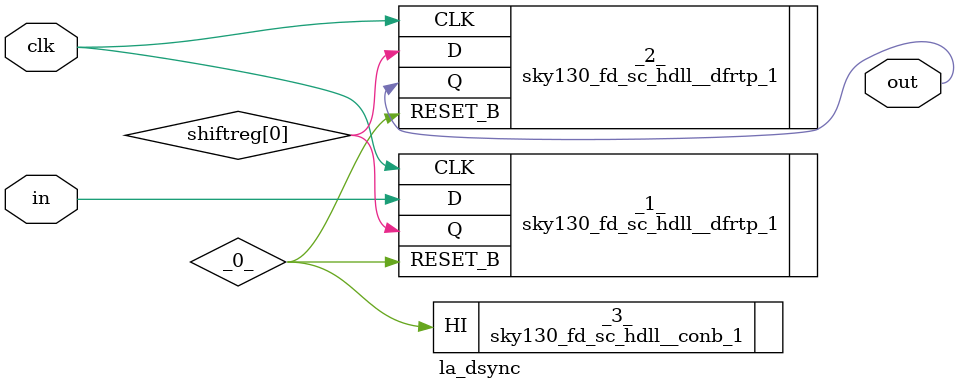
<source format=v>

/* Generated by Yosys 0.38+92 (git sha1 84116c9a3, x86_64-conda-linux-gnu-cc 11.2.0 -fvisibility-inlines-hidden -fmessage-length=0 -march=nocona -mtune=haswell -ftree-vectorize -fPIC -fstack-protector-strong -fno-plt -O2 -ffunction-sections -fdebug-prefix-map=/root/conda-eda/conda-eda/workdir/conda-env/conda-bld/yosys_1708682838165/work=/usr/local/src/conda/yosys-0.38_93_g84116c9a3 -fdebug-prefix-map=/user/projekt_pia/miniconda3/envs/sc=/usr/local/src/conda-prefix -fPIC -Os -fno-merge-constants) */

module la_dsync(clk, in, out);
  wire _0_;
  input clk;
  wire clk;
  input in;
  wire in;
  output out;
  wire out;
  wire \shiftreg[0] ;
  sky130_fd_sc_hdll__dfrtp_1 _1_ (
    .CLK(clk),
    .D(in),
    .Q(\shiftreg[0] ),
    .RESET_B(_0_)
  );
  sky130_fd_sc_hdll__dfrtp_1 _2_ (
    .CLK(clk),
    .D(\shiftreg[0] ),
    .Q(out),
    .RESET_B(_0_)
  );
  sky130_fd_sc_hdll__conb_1 _3_ (
    .HI(_0_)
  );
endmodule

</source>
